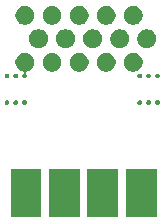
<source format=gbs>
G04 #@! TF.GenerationSoftware,KiCad,Pcbnew,(5.1.5)-3*
G04 #@! TF.CreationDate,2020-06-27T00:32:19-04:00*
G04 #@! TF.ProjectId,VGA_PANEL_BREAKOUT,5647415f-5041-44e4-954c-5f425245414b,rev?*
G04 #@! TF.SameCoordinates,Original*
G04 #@! TF.FileFunction,Soldermask,Bot*
G04 #@! TF.FilePolarity,Negative*
%FSLAX46Y46*%
G04 Gerber Fmt 4.6, Leading zero omitted, Abs format (unit mm)*
G04 Created by KiCad (PCBNEW (5.1.5)-3) date 2020-06-27 00:32:19*
%MOMM*%
%LPD*%
G04 APERTURE LIST*
%ADD10C,0.100000*%
G04 APERTURE END LIST*
D10*
G36*
X167801000Y-111101000D02*
G01*
X165199000Y-111101000D01*
X165199000Y-106999000D01*
X167801000Y-106999000D01*
X167801000Y-111101000D01*
G37*
G36*
X161301000Y-111101000D02*
G01*
X158699000Y-111101000D01*
X158699000Y-106999000D01*
X161301000Y-106999000D01*
X161301000Y-111101000D01*
G37*
G36*
X158051000Y-111101000D02*
G01*
X155449000Y-111101000D01*
X155449000Y-106999000D01*
X158051000Y-106999000D01*
X158051000Y-111101000D01*
G37*
G36*
X164551000Y-111101000D02*
G01*
X161949000Y-111101000D01*
X161949000Y-106999000D01*
X164551000Y-106999000D01*
X164551000Y-111101000D01*
G37*
G36*
X156683626Y-101206723D02*
G01*
X156683627Y-101206723D01*
X156683630Y-101206724D01*
X156720209Y-101221876D01*
X156753130Y-101243873D01*
X156781127Y-101271870D01*
X156803124Y-101304791D01*
X156818276Y-101341370D01*
X156826000Y-101380203D01*
X156826000Y-101419797D01*
X156818276Y-101458630D01*
X156803124Y-101495209D01*
X156781127Y-101528130D01*
X156753130Y-101556127D01*
X156720209Y-101578124D01*
X156683630Y-101593276D01*
X156683627Y-101593277D01*
X156683626Y-101593277D01*
X156644798Y-101601000D01*
X156605202Y-101601000D01*
X156566374Y-101593277D01*
X156566373Y-101593277D01*
X156566370Y-101593276D01*
X156529791Y-101578124D01*
X156496870Y-101556127D01*
X156468873Y-101528130D01*
X156446876Y-101495209D01*
X156431724Y-101458630D01*
X156424000Y-101419797D01*
X156424000Y-101380203D01*
X156431724Y-101341370D01*
X156446876Y-101304791D01*
X156468873Y-101271870D01*
X156496870Y-101243873D01*
X156529791Y-101221876D01*
X156566370Y-101206724D01*
X156566373Y-101206723D01*
X156566374Y-101206723D01*
X156605202Y-101199000D01*
X156644798Y-101199000D01*
X156683626Y-101206723D01*
G37*
G36*
X167933626Y-101206723D02*
G01*
X167933627Y-101206723D01*
X167933630Y-101206724D01*
X167970209Y-101221876D01*
X168003130Y-101243873D01*
X168031127Y-101271870D01*
X168053124Y-101304791D01*
X168068276Y-101341370D01*
X168076000Y-101380203D01*
X168076000Y-101419797D01*
X168068276Y-101458630D01*
X168053124Y-101495209D01*
X168031127Y-101528130D01*
X168003130Y-101556127D01*
X167970209Y-101578124D01*
X167933630Y-101593276D01*
X167933627Y-101593277D01*
X167933626Y-101593277D01*
X167894798Y-101601000D01*
X167855202Y-101601000D01*
X167816374Y-101593277D01*
X167816373Y-101593277D01*
X167816370Y-101593276D01*
X167779791Y-101578124D01*
X167746870Y-101556127D01*
X167718873Y-101528130D01*
X167696876Y-101495209D01*
X167681724Y-101458630D01*
X167674000Y-101419797D01*
X167674000Y-101380203D01*
X167681724Y-101341370D01*
X167696876Y-101304791D01*
X167718873Y-101271870D01*
X167746870Y-101243873D01*
X167779791Y-101221876D01*
X167816370Y-101206724D01*
X167816373Y-101206723D01*
X167816374Y-101206723D01*
X167855202Y-101199000D01*
X167894798Y-101199000D01*
X167933626Y-101206723D01*
G37*
G36*
X167183626Y-101206723D02*
G01*
X167183627Y-101206723D01*
X167183630Y-101206724D01*
X167220209Y-101221876D01*
X167253130Y-101243873D01*
X167281127Y-101271870D01*
X167303124Y-101304791D01*
X167318276Y-101341370D01*
X167326000Y-101380203D01*
X167326000Y-101419797D01*
X167318276Y-101458630D01*
X167303124Y-101495209D01*
X167281127Y-101528130D01*
X167253130Y-101556127D01*
X167220209Y-101578124D01*
X167183630Y-101593276D01*
X167183627Y-101593277D01*
X167183626Y-101593277D01*
X167144798Y-101601000D01*
X167105202Y-101601000D01*
X167066374Y-101593277D01*
X167066373Y-101593277D01*
X167066370Y-101593276D01*
X167029791Y-101578124D01*
X166996870Y-101556127D01*
X166968873Y-101528130D01*
X166946876Y-101495209D01*
X166931724Y-101458630D01*
X166924000Y-101419797D01*
X166924000Y-101380203D01*
X166931724Y-101341370D01*
X166946876Y-101304791D01*
X166968873Y-101271870D01*
X166996870Y-101243873D01*
X167029791Y-101221876D01*
X167066370Y-101206724D01*
X167066373Y-101206723D01*
X167066374Y-101206723D01*
X167105202Y-101199000D01*
X167144798Y-101199000D01*
X167183626Y-101206723D01*
G37*
G36*
X166433626Y-101206723D02*
G01*
X166433627Y-101206723D01*
X166433630Y-101206724D01*
X166470209Y-101221876D01*
X166503130Y-101243873D01*
X166531127Y-101271870D01*
X166553124Y-101304791D01*
X166568276Y-101341370D01*
X166576000Y-101380203D01*
X166576000Y-101419797D01*
X166568276Y-101458630D01*
X166553124Y-101495209D01*
X166531127Y-101528130D01*
X166503130Y-101556127D01*
X166470209Y-101578124D01*
X166433630Y-101593276D01*
X166433627Y-101593277D01*
X166433626Y-101593277D01*
X166394798Y-101601000D01*
X166355202Y-101601000D01*
X166316374Y-101593277D01*
X166316373Y-101593277D01*
X166316370Y-101593276D01*
X166279791Y-101578124D01*
X166246870Y-101556127D01*
X166218873Y-101528130D01*
X166196876Y-101495209D01*
X166181724Y-101458630D01*
X166174000Y-101419797D01*
X166174000Y-101380203D01*
X166181724Y-101341370D01*
X166196876Y-101304791D01*
X166218873Y-101271870D01*
X166246870Y-101243873D01*
X166279791Y-101221876D01*
X166316370Y-101206724D01*
X166316373Y-101206723D01*
X166316374Y-101206723D01*
X166355202Y-101199000D01*
X166394798Y-101199000D01*
X166433626Y-101206723D01*
G37*
G36*
X155183626Y-101206723D02*
G01*
X155183627Y-101206723D01*
X155183630Y-101206724D01*
X155220209Y-101221876D01*
X155253130Y-101243873D01*
X155281127Y-101271870D01*
X155303124Y-101304791D01*
X155318276Y-101341370D01*
X155326000Y-101380203D01*
X155326000Y-101419797D01*
X155318276Y-101458630D01*
X155303124Y-101495209D01*
X155281127Y-101528130D01*
X155253130Y-101556127D01*
X155220209Y-101578124D01*
X155183630Y-101593276D01*
X155183627Y-101593277D01*
X155183626Y-101593277D01*
X155144798Y-101601000D01*
X155105202Y-101601000D01*
X155066374Y-101593277D01*
X155066373Y-101593277D01*
X155066370Y-101593276D01*
X155029791Y-101578124D01*
X154996870Y-101556127D01*
X154968873Y-101528130D01*
X154946876Y-101495209D01*
X154931724Y-101458630D01*
X154924000Y-101419797D01*
X154924000Y-101380203D01*
X154931724Y-101341370D01*
X154946876Y-101304791D01*
X154968873Y-101271870D01*
X154996870Y-101243873D01*
X155029791Y-101221876D01*
X155066370Y-101206724D01*
X155066373Y-101206723D01*
X155066374Y-101206723D01*
X155105202Y-101199000D01*
X155144798Y-101199000D01*
X155183626Y-101206723D01*
G37*
G36*
X155933626Y-101206723D02*
G01*
X155933627Y-101206723D01*
X155933630Y-101206724D01*
X155970209Y-101221876D01*
X156003130Y-101243873D01*
X156031127Y-101271870D01*
X156053124Y-101304791D01*
X156068276Y-101341370D01*
X156076000Y-101380203D01*
X156076000Y-101419797D01*
X156068276Y-101458630D01*
X156053124Y-101495209D01*
X156031127Y-101528130D01*
X156003130Y-101556127D01*
X155970209Y-101578124D01*
X155933630Y-101593276D01*
X155933627Y-101593277D01*
X155933626Y-101593277D01*
X155894798Y-101601000D01*
X155855202Y-101601000D01*
X155816374Y-101593277D01*
X155816373Y-101593277D01*
X155816370Y-101593276D01*
X155779791Y-101578124D01*
X155746870Y-101556127D01*
X155718873Y-101528130D01*
X155696876Y-101495209D01*
X155681724Y-101458630D01*
X155674000Y-101419797D01*
X155674000Y-101380203D01*
X155681724Y-101341370D01*
X155696876Y-101304791D01*
X155718873Y-101271870D01*
X155746870Y-101243873D01*
X155779791Y-101221876D01*
X155816370Y-101206724D01*
X155816373Y-101206723D01*
X155816374Y-101206723D01*
X155855202Y-101199000D01*
X155894798Y-101199000D01*
X155933626Y-101206723D01*
G37*
G36*
X155183626Y-98956723D02*
G01*
X155183627Y-98956723D01*
X155183630Y-98956724D01*
X155220209Y-98971876D01*
X155253130Y-98993873D01*
X155281127Y-99021870D01*
X155303124Y-99054791D01*
X155318276Y-99091370D01*
X155326000Y-99130203D01*
X155326000Y-99169797D01*
X155318276Y-99208630D01*
X155303124Y-99245209D01*
X155281127Y-99278130D01*
X155253130Y-99306127D01*
X155220209Y-99328124D01*
X155183630Y-99343276D01*
X155183627Y-99343277D01*
X155183626Y-99343277D01*
X155144798Y-99351000D01*
X155105202Y-99351000D01*
X155066374Y-99343277D01*
X155066373Y-99343277D01*
X155066370Y-99343276D01*
X155029791Y-99328124D01*
X154996870Y-99306127D01*
X154968873Y-99278130D01*
X154946876Y-99245209D01*
X154931724Y-99208630D01*
X154924000Y-99169797D01*
X154924000Y-99130203D01*
X154931724Y-99091370D01*
X154946876Y-99054791D01*
X154968873Y-99021870D01*
X154996870Y-98993873D01*
X155029791Y-98971876D01*
X155066370Y-98956724D01*
X155066373Y-98956723D01*
X155066374Y-98956723D01*
X155105202Y-98949000D01*
X155144798Y-98949000D01*
X155183626Y-98956723D01*
G37*
G36*
X166433626Y-98956723D02*
G01*
X166433627Y-98956723D01*
X166433630Y-98956724D01*
X166470209Y-98971876D01*
X166503130Y-98993873D01*
X166531127Y-99021870D01*
X166553124Y-99054791D01*
X166568276Y-99091370D01*
X166576000Y-99130203D01*
X166576000Y-99169797D01*
X166568276Y-99208630D01*
X166553124Y-99245209D01*
X166531127Y-99278130D01*
X166503130Y-99306127D01*
X166470209Y-99328124D01*
X166433630Y-99343276D01*
X166433627Y-99343277D01*
X166433626Y-99343277D01*
X166394798Y-99351000D01*
X166355202Y-99351000D01*
X166316374Y-99343277D01*
X166316373Y-99343277D01*
X166316370Y-99343276D01*
X166279791Y-99328124D01*
X166246870Y-99306127D01*
X166218873Y-99278130D01*
X166196876Y-99245209D01*
X166181724Y-99208630D01*
X166174000Y-99169797D01*
X166174000Y-99130203D01*
X166181724Y-99091370D01*
X166196876Y-99054791D01*
X166218873Y-99021870D01*
X166246870Y-98993873D01*
X166279791Y-98971876D01*
X166316370Y-98956724D01*
X166316373Y-98956723D01*
X166316374Y-98956723D01*
X166355202Y-98949000D01*
X166394798Y-98949000D01*
X166433626Y-98956723D01*
G37*
G36*
X155933626Y-98956723D02*
G01*
X155933627Y-98956723D01*
X155933630Y-98956724D01*
X155970209Y-98971876D01*
X156003130Y-98993873D01*
X156031127Y-99021870D01*
X156053124Y-99054791D01*
X156068276Y-99091370D01*
X156076000Y-99130203D01*
X156076000Y-99169797D01*
X156068276Y-99208630D01*
X156053124Y-99245209D01*
X156031127Y-99278130D01*
X156003130Y-99306127D01*
X155970209Y-99328124D01*
X155933630Y-99343276D01*
X155933627Y-99343277D01*
X155933626Y-99343277D01*
X155894798Y-99351000D01*
X155855202Y-99351000D01*
X155816374Y-99343277D01*
X155816373Y-99343277D01*
X155816370Y-99343276D01*
X155779791Y-99328124D01*
X155746870Y-99306127D01*
X155718873Y-99278130D01*
X155696876Y-99245209D01*
X155681724Y-99208630D01*
X155674000Y-99169797D01*
X155674000Y-99130203D01*
X155681724Y-99091370D01*
X155696876Y-99054791D01*
X155718873Y-99021870D01*
X155746870Y-98993873D01*
X155779791Y-98971876D01*
X155816370Y-98956724D01*
X155816373Y-98956723D01*
X155816374Y-98956723D01*
X155855202Y-98949000D01*
X155894798Y-98949000D01*
X155933626Y-98956723D01*
G37*
G36*
X167183626Y-98956723D02*
G01*
X167183627Y-98956723D01*
X167183630Y-98956724D01*
X167220209Y-98971876D01*
X167253130Y-98993873D01*
X167281127Y-99021870D01*
X167303124Y-99054791D01*
X167318276Y-99091370D01*
X167326000Y-99130203D01*
X167326000Y-99169797D01*
X167318276Y-99208630D01*
X167303124Y-99245209D01*
X167281127Y-99278130D01*
X167253130Y-99306127D01*
X167220209Y-99328124D01*
X167183630Y-99343276D01*
X167183627Y-99343277D01*
X167183626Y-99343277D01*
X167144798Y-99351000D01*
X167105202Y-99351000D01*
X167066374Y-99343277D01*
X167066373Y-99343277D01*
X167066370Y-99343276D01*
X167029791Y-99328124D01*
X166996870Y-99306127D01*
X166968873Y-99278130D01*
X166946876Y-99245209D01*
X166931724Y-99208630D01*
X166924000Y-99169797D01*
X166924000Y-99130203D01*
X166931724Y-99091370D01*
X166946876Y-99054791D01*
X166968873Y-99021870D01*
X166996870Y-98993873D01*
X167029791Y-98971876D01*
X167066370Y-98956724D01*
X167066373Y-98956723D01*
X167066374Y-98956723D01*
X167105202Y-98949000D01*
X167144798Y-98949000D01*
X167183626Y-98956723D01*
G37*
G36*
X156888642Y-97209781D02*
G01*
X157034414Y-97270162D01*
X157034416Y-97270163D01*
X157165608Y-97357822D01*
X157277178Y-97469392D01*
X157364837Y-97600584D01*
X157364838Y-97600586D01*
X157425219Y-97746358D01*
X157456000Y-97901107D01*
X157456000Y-98058893D01*
X157425219Y-98213642D01*
X157364838Y-98359414D01*
X157364837Y-98359416D01*
X157277178Y-98490608D01*
X157165608Y-98602178D01*
X157034416Y-98689837D01*
X157034415Y-98689838D01*
X157034414Y-98689838D01*
X156888642Y-98750219D01*
X156799190Y-98768012D01*
X156775741Y-98775125D01*
X156754130Y-98786676D01*
X156735189Y-98802221D01*
X156719643Y-98821163D01*
X156708092Y-98842774D01*
X156700979Y-98866223D01*
X156698577Y-98890609D01*
X156700979Y-98914995D01*
X156708092Y-98938444D01*
X156719643Y-98960055D01*
X156735188Y-98978996D01*
X156752271Y-98993015D01*
X156753127Y-98993871D01*
X156753130Y-98993873D01*
X156781127Y-99021870D01*
X156803124Y-99054791D01*
X156818276Y-99091370D01*
X156826000Y-99130203D01*
X156826000Y-99169797D01*
X156818276Y-99208630D01*
X156803124Y-99245209D01*
X156781127Y-99278130D01*
X156753130Y-99306127D01*
X156720209Y-99328124D01*
X156683630Y-99343276D01*
X156683627Y-99343277D01*
X156683626Y-99343277D01*
X156644798Y-99351000D01*
X156605202Y-99351000D01*
X156566374Y-99343277D01*
X156566373Y-99343277D01*
X156566370Y-99343276D01*
X156529791Y-99328124D01*
X156496870Y-99306127D01*
X156468873Y-99278130D01*
X156446876Y-99245209D01*
X156431724Y-99208630D01*
X156424000Y-99169797D01*
X156424000Y-99130203D01*
X156431724Y-99091370D01*
X156446876Y-99054791D01*
X156468873Y-99021870D01*
X156496870Y-98993873D01*
X156509632Y-98985345D01*
X156528575Y-98969800D01*
X156544121Y-98950858D01*
X156555672Y-98929247D01*
X156562785Y-98905798D01*
X156565187Y-98881412D01*
X156562785Y-98857026D01*
X156555672Y-98833577D01*
X156544121Y-98811967D01*
X156528576Y-98793025D01*
X156509634Y-98777479D01*
X156488023Y-98765928D01*
X156464574Y-98758815D01*
X156421357Y-98750219D01*
X156275586Y-98689838D01*
X156275585Y-98689838D01*
X156275584Y-98689837D01*
X156144392Y-98602178D01*
X156032822Y-98490608D01*
X155945163Y-98359416D01*
X155945162Y-98359414D01*
X155884781Y-98213642D01*
X155854000Y-98058893D01*
X155854000Y-97901107D01*
X155884781Y-97746358D01*
X155945162Y-97600586D01*
X155945163Y-97600584D01*
X156032822Y-97469392D01*
X156144392Y-97357822D01*
X156275584Y-97270163D01*
X156275586Y-97270162D01*
X156421358Y-97209781D01*
X156576107Y-97179000D01*
X156733893Y-97179000D01*
X156888642Y-97209781D01*
G37*
G36*
X167933626Y-98956723D02*
G01*
X167933627Y-98956723D01*
X167933630Y-98956724D01*
X167970209Y-98971876D01*
X168003130Y-98993873D01*
X168031127Y-99021870D01*
X168053124Y-99054791D01*
X168068276Y-99091370D01*
X168076000Y-99130203D01*
X168076000Y-99169797D01*
X168068276Y-99208630D01*
X168053124Y-99245209D01*
X168031127Y-99278130D01*
X168003130Y-99306127D01*
X167970209Y-99328124D01*
X167933630Y-99343276D01*
X167933627Y-99343277D01*
X167933626Y-99343277D01*
X167894798Y-99351000D01*
X167855202Y-99351000D01*
X167816374Y-99343277D01*
X167816373Y-99343277D01*
X167816370Y-99343276D01*
X167779791Y-99328124D01*
X167746870Y-99306127D01*
X167718873Y-99278130D01*
X167696876Y-99245209D01*
X167681724Y-99208630D01*
X167674000Y-99169797D01*
X167674000Y-99130203D01*
X167681724Y-99091370D01*
X167696876Y-99054791D01*
X167718873Y-99021870D01*
X167746870Y-98993873D01*
X167779791Y-98971876D01*
X167816370Y-98956724D01*
X167816373Y-98956723D01*
X167816374Y-98956723D01*
X167855202Y-98949000D01*
X167894798Y-98949000D01*
X167933626Y-98956723D01*
G37*
G36*
X159178642Y-97209781D02*
G01*
X159324414Y-97270162D01*
X159324416Y-97270163D01*
X159455608Y-97357822D01*
X159567178Y-97469392D01*
X159654837Y-97600584D01*
X159654838Y-97600586D01*
X159715219Y-97746358D01*
X159746000Y-97901107D01*
X159746000Y-98058893D01*
X159715219Y-98213642D01*
X159654838Y-98359414D01*
X159654837Y-98359416D01*
X159567178Y-98490608D01*
X159455608Y-98602178D01*
X159324416Y-98689837D01*
X159324415Y-98689838D01*
X159324414Y-98689838D01*
X159178642Y-98750219D01*
X159023893Y-98781000D01*
X158866107Y-98781000D01*
X158711358Y-98750219D01*
X158565586Y-98689838D01*
X158565585Y-98689838D01*
X158565584Y-98689837D01*
X158434392Y-98602178D01*
X158322822Y-98490608D01*
X158235163Y-98359416D01*
X158235162Y-98359414D01*
X158174781Y-98213642D01*
X158144000Y-98058893D01*
X158144000Y-97901107D01*
X158174781Y-97746358D01*
X158235162Y-97600586D01*
X158235163Y-97600584D01*
X158322822Y-97469392D01*
X158434392Y-97357822D01*
X158565584Y-97270163D01*
X158565586Y-97270162D01*
X158711358Y-97209781D01*
X158866107Y-97179000D01*
X159023893Y-97179000D01*
X159178642Y-97209781D01*
G37*
G36*
X166048642Y-97209781D02*
G01*
X166194414Y-97270162D01*
X166194416Y-97270163D01*
X166325608Y-97357822D01*
X166437178Y-97469392D01*
X166524837Y-97600584D01*
X166524838Y-97600586D01*
X166585219Y-97746358D01*
X166616000Y-97901107D01*
X166616000Y-98058893D01*
X166585219Y-98213642D01*
X166524838Y-98359414D01*
X166524837Y-98359416D01*
X166437178Y-98490608D01*
X166325608Y-98602178D01*
X166194416Y-98689837D01*
X166194415Y-98689838D01*
X166194414Y-98689838D01*
X166048642Y-98750219D01*
X165893893Y-98781000D01*
X165736107Y-98781000D01*
X165581358Y-98750219D01*
X165435586Y-98689838D01*
X165435585Y-98689838D01*
X165435584Y-98689837D01*
X165304392Y-98602178D01*
X165192822Y-98490608D01*
X165105163Y-98359416D01*
X165105162Y-98359414D01*
X165044781Y-98213642D01*
X165014000Y-98058893D01*
X165014000Y-97901107D01*
X165044781Y-97746358D01*
X165105162Y-97600586D01*
X165105163Y-97600584D01*
X165192822Y-97469392D01*
X165304392Y-97357822D01*
X165435584Y-97270163D01*
X165435586Y-97270162D01*
X165581358Y-97209781D01*
X165736107Y-97179000D01*
X165893893Y-97179000D01*
X166048642Y-97209781D01*
G37*
G36*
X163758642Y-97209781D02*
G01*
X163904414Y-97270162D01*
X163904416Y-97270163D01*
X164035608Y-97357822D01*
X164147178Y-97469392D01*
X164234837Y-97600584D01*
X164234838Y-97600586D01*
X164295219Y-97746358D01*
X164326000Y-97901107D01*
X164326000Y-98058893D01*
X164295219Y-98213642D01*
X164234838Y-98359414D01*
X164234837Y-98359416D01*
X164147178Y-98490608D01*
X164035608Y-98602178D01*
X163904416Y-98689837D01*
X163904415Y-98689838D01*
X163904414Y-98689838D01*
X163758642Y-98750219D01*
X163603893Y-98781000D01*
X163446107Y-98781000D01*
X163291358Y-98750219D01*
X163145586Y-98689838D01*
X163145585Y-98689838D01*
X163145584Y-98689837D01*
X163014392Y-98602178D01*
X162902822Y-98490608D01*
X162815163Y-98359416D01*
X162815162Y-98359414D01*
X162754781Y-98213642D01*
X162724000Y-98058893D01*
X162724000Y-97901107D01*
X162754781Y-97746358D01*
X162815162Y-97600586D01*
X162815163Y-97600584D01*
X162902822Y-97469392D01*
X163014392Y-97357822D01*
X163145584Y-97270163D01*
X163145586Y-97270162D01*
X163291358Y-97209781D01*
X163446107Y-97179000D01*
X163603893Y-97179000D01*
X163758642Y-97209781D01*
G37*
G36*
X161468642Y-97209781D02*
G01*
X161614414Y-97270162D01*
X161614416Y-97270163D01*
X161745608Y-97357822D01*
X161857178Y-97469392D01*
X161944837Y-97600584D01*
X161944838Y-97600586D01*
X162005219Y-97746358D01*
X162036000Y-97901107D01*
X162036000Y-98058893D01*
X162005219Y-98213642D01*
X161944838Y-98359414D01*
X161944837Y-98359416D01*
X161857178Y-98490608D01*
X161745608Y-98602178D01*
X161614416Y-98689837D01*
X161614415Y-98689838D01*
X161614414Y-98689838D01*
X161468642Y-98750219D01*
X161313893Y-98781000D01*
X161156107Y-98781000D01*
X161001358Y-98750219D01*
X160855586Y-98689838D01*
X160855585Y-98689838D01*
X160855584Y-98689837D01*
X160724392Y-98602178D01*
X160612822Y-98490608D01*
X160525163Y-98359416D01*
X160525162Y-98359414D01*
X160464781Y-98213642D01*
X160434000Y-98058893D01*
X160434000Y-97901107D01*
X160464781Y-97746358D01*
X160525162Y-97600586D01*
X160525163Y-97600584D01*
X160612822Y-97469392D01*
X160724392Y-97357822D01*
X160855584Y-97270163D01*
X160855586Y-97270162D01*
X161001358Y-97209781D01*
X161156107Y-97179000D01*
X161313893Y-97179000D01*
X161468642Y-97209781D01*
G37*
G36*
X167193642Y-95229781D02*
G01*
X167339414Y-95290162D01*
X167339416Y-95290163D01*
X167470608Y-95377822D01*
X167582178Y-95489392D01*
X167669837Y-95620584D01*
X167669838Y-95620586D01*
X167730219Y-95766358D01*
X167761000Y-95921107D01*
X167761000Y-96078893D01*
X167730219Y-96233642D01*
X167669838Y-96379414D01*
X167669837Y-96379416D01*
X167582178Y-96510608D01*
X167470608Y-96622178D01*
X167339416Y-96709837D01*
X167339415Y-96709838D01*
X167339414Y-96709838D01*
X167193642Y-96770219D01*
X167038893Y-96801000D01*
X166881107Y-96801000D01*
X166726358Y-96770219D01*
X166580586Y-96709838D01*
X166580585Y-96709838D01*
X166580584Y-96709837D01*
X166449392Y-96622178D01*
X166337822Y-96510608D01*
X166250163Y-96379416D01*
X166250162Y-96379414D01*
X166189781Y-96233642D01*
X166159000Y-96078893D01*
X166159000Y-95921107D01*
X166189781Y-95766358D01*
X166250162Y-95620586D01*
X166250163Y-95620584D01*
X166337822Y-95489392D01*
X166449392Y-95377822D01*
X166580584Y-95290163D01*
X166580586Y-95290162D01*
X166726358Y-95229781D01*
X166881107Y-95199000D01*
X167038893Y-95199000D01*
X167193642Y-95229781D01*
G37*
G36*
X160323642Y-95229781D02*
G01*
X160469414Y-95290162D01*
X160469416Y-95290163D01*
X160600608Y-95377822D01*
X160712178Y-95489392D01*
X160799837Y-95620584D01*
X160799838Y-95620586D01*
X160860219Y-95766358D01*
X160891000Y-95921107D01*
X160891000Y-96078893D01*
X160860219Y-96233642D01*
X160799838Y-96379414D01*
X160799837Y-96379416D01*
X160712178Y-96510608D01*
X160600608Y-96622178D01*
X160469416Y-96709837D01*
X160469415Y-96709838D01*
X160469414Y-96709838D01*
X160323642Y-96770219D01*
X160168893Y-96801000D01*
X160011107Y-96801000D01*
X159856358Y-96770219D01*
X159710586Y-96709838D01*
X159710585Y-96709838D01*
X159710584Y-96709837D01*
X159579392Y-96622178D01*
X159467822Y-96510608D01*
X159380163Y-96379416D01*
X159380162Y-96379414D01*
X159319781Y-96233642D01*
X159289000Y-96078893D01*
X159289000Y-95921107D01*
X159319781Y-95766358D01*
X159380162Y-95620586D01*
X159380163Y-95620584D01*
X159467822Y-95489392D01*
X159579392Y-95377822D01*
X159710584Y-95290163D01*
X159710586Y-95290162D01*
X159856358Y-95229781D01*
X160011107Y-95199000D01*
X160168893Y-95199000D01*
X160323642Y-95229781D01*
G37*
G36*
X162613642Y-95229781D02*
G01*
X162759414Y-95290162D01*
X162759416Y-95290163D01*
X162890608Y-95377822D01*
X163002178Y-95489392D01*
X163089837Y-95620584D01*
X163089838Y-95620586D01*
X163150219Y-95766358D01*
X163181000Y-95921107D01*
X163181000Y-96078893D01*
X163150219Y-96233642D01*
X163089838Y-96379414D01*
X163089837Y-96379416D01*
X163002178Y-96510608D01*
X162890608Y-96622178D01*
X162759416Y-96709837D01*
X162759415Y-96709838D01*
X162759414Y-96709838D01*
X162613642Y-96770219D01*
X162458893Y-96801000D01*
X162301107Y-96801000D01*
X162146358Y-96770219D01*
X162000586Y-96709838D01*
X162000585Y-96709838D01*
X162000584Y-96709837D01*
X161869392Y-96622178D01*
X161757822Y-96510608D01*
X161670163Y-96379416D01*
X161670162Y-96379414D01*
X161609781Y-96233642D01*
X161579000Y-96078893D01*
X161579000Y-95921107D01*
X161609781Y-95766358D01*
X161670162Y-95620586D01*
X161670163Y-95620584D01*
X161757822Y-95489392D01*
X161869392Y-95377822D01*
X162000584Y-95290163D01*
X162000586Y-95290162D01*
X162146358Y-95229781D01*
X162301107Y-95199000D01*
X162458893Y-95199000D01*
X162613642Y-95229781D01*
G37*
G36*
X164903642Y-95229781D02*
G01*
X165049414Y-95290162D01*
X165049416Y-95290163D01*
X165180608Y-95377822D01*
X165292178Y-95489392D01*
X165379837Y-95620584D01*
X165379838Y-95620586D01*
X165440219Y-95766358D01*
X165471000Y-95921107D01*
X165471000Y-96078893D01*
X165440219Y-96233642D01*
X165379838Y-96379414D01*
X165379837Y-96379416D01*
X165292178Y-96510608D01*
X165180608Y-96622178D01*
X165049416Y-96709837D01*
X165049415Y-96709838D01*
X165049414Y-96709838D01*
X164903642Y-96770219D01*
X164748893Y-96801000D01*
X164591107Y-96801000D01*
X164436358Y-96770219D01*
X164290586Y-96709838D01*
X164290585Y-96709838D01*
X164290584Y-96709837D01*
X164159392Y-96622178D01*
X164047822Y-96510608D01*
X163960163Y-96379416D01*
X163960162Y-96379414D01*
X163899781Y-96233642D01*
X163869000Y-96078893D01*
X163869000Y-95921107D01*
X163899781Y-95766358D01*
X163960162Y-95620586D01*
X163960163Y-95620584D01*
X164047822Y-95489392D01*
X164159392Y-95377822D01*
X164290584Y-95290163D01*
X164290586Y-95290162D01*
X164436358Y-95229781D01*
X164591107Y-95199000D01*
X164748893Y-95199000D01*
X164903642Y-95229781D01*
G37*
G36*
X158033642Y-95229781D02*
G01*
X158179414Y-95290162D01*
X158179416Y-95290163D01*
X158310608Y-95377822D01*
X158422178Y-95489392D01*
X158509837Y-95620584D01*
X158509838Y-95620586D01*
X158570219Y-95766358D01*
X158601000Y-95921107D01*
X158601000Y-96078893D01*
X158570219Y-96233642D01*
X158509838Y-96379414D01*
X158509837Y-96379416D01*
X158422178Y-96510608D01*
X158310608Y-96622178D01*
X158179416Y-96709837D01*
X158179415Y-96709838D01*
X158179414Y-96709838D01*
X158033642Y-96770219D01*
X157878893Y-96801000D01*
X157721107Y-96801000D01*
X157566358Y-96770219D01*
X157420586Y-96709838D01*
X157420585Y-96709838D01*
X157420584Y-96709837D01*
X157289392Y-96622178D01*
X157177822Y-96510608D01*
X157090163Y-96379416D01*
X157090162Y-96379414D01*
X157029781Y-96233642D01*
X156999000Y-96078893D01*
X156999000Y-95921107D01*
X157029781Y-95766358D01*
X157090162Y-95620586D01*
X157090163Y-95620584D01*
X157177822Y-95489392D01*
X157289392Y-95377822D01*
X157420584Y-95290163D01*
X157420586Y-95290162D01*
X157566358Y-95229781D01*
X157721107Y-95199000D01*
X157878893Y-95199000D01*
X158033642Y-95229781D01*
G37*
G36*
X166048642Y-93249781D02*
G01*
X166194414Y-93310162D01*
X166194416Y-93310163D01*
X166325608Y-93397822D01*
X166437178Y-93509392D01*
X166524837Y-93640584D01*
X166524838Y-93640586D01*
X166585219Y-93786358D01*
X166616000Y-93941107D01*
X166616000Y-94098893D01*
X166585219Y-94253642D01*
X166524838Y-94399414D01*
X166524837Y-94399416D01*
X166437178Y-94530608D01*
X166325608Y-94642178D01*
X166194416Y-94729837D01*
X166194415Y-94729838D01*
X166194414Y-94729838D01*
X166048642Y-94790219D01*
X165893893Y-94821000D01*
X165736107Y-94821000D01*
X165581358Y-94790219D01*
X165435586Y-94729838D01*
X165435585Y-94729838D01*
X165435584Y-94729837D01*
X165304392Y-94642178D01*
X165192822Y-94530608D01*
X165105163Y-94399416D01*
X165105162Y-94399414D01*
X165044781Y-94253642D01*
X165014000Y-94098893D01*
X165014000Y-93941107D01*
X165044781Y-93786358D01*
X165105162Y-93640586D01*
X165105163Y-93640584D01*
X165192822Y-93509392D01*
X165304392Y-93397822D01*
X165435584Y-93310163D01*
X165435586Y-93310162D01*
X165581358Y-93249781D01*
X165736107Y-93219000D01*
X165893893Y-93219000D01*
X166048642Y-93249781D01*
G37*
G36*
X163758642Y-93249781D02*
G01*
X163904414Y-93310162D01*
X163904416Y-93310163D01*
X164035608Y-93397822D01*
X164147178Y-93509392D01*
X164234837Y-93640584D01*
X164234838Y-93640586D01*
X164295219Y-93786358D01*
X164326000Y-93941107D01*
X164326000Y-94098893D01*
X164295219Y-94253642D01*
X164234838Y-94399414D01*
X164234837Y-94399416D01*
X164147178Y-94530608D01*
X164035608Y-94642178D01*
X163904416Y-94729837D01*
X163904415Y-94729838D01*
X163904414Y-94729838D01*
X163758642Y-94790219D01*
X163603893Y-94821000D01*
X163446107Y-94821000D01*
X163291358Y-94790219D01*
X163145586Y-94729838D01*
X163145585Y-94729838D01*
X163145584Y-94729837D01*
X163014392Y-94642178D01*
X162902822Y-94530608D01*
X162815163Y-94399416D01*
X162815162Y-94399414D01*
X162754781Y-94253642D01*
X162724000Y-94098893D01*
X162724000Y-93941107D01*
X162754781Y-93786358D01*
X162815162Y-93640586D01*
X162815163Y-93640584D01*
X162902822Y-93509392D01*
X163014392Y-93397822D01*
X163145584Y-93310163D01*
X163145586Y-93310162D01*
X163291358Y-93249781D01*
X163446107Y-93219000D01*
X163603893Y-93219000D01*
X163758642Y-93249781D01*
G37*
G36*
X156888642Y-93249781D02*
G01*
X157034414Y-93310162D01*
X157034416Y-93310163D01*
X157165608Y-93397822D01*
X157277178Y-93509392D01*
X157364837Y-93640584D01*
X157364838Y-93640586D01*
X157425219Y-93786358D01*
X157456000Y-93941107D01*
X157456000Y-94098893D01*
X157425219Y-94253642D01*
X157364838Y-94399414D01*
X157364837Y-94399416D01*
X157277178Y-94530608D01*
X157165608Y-94642178D01*
X157034416Y-94729837D01*
X157034415Y-94729838D01*
X157034414Y-94729838D01*
X156888642Y-94790219D01*
X156733893Y-94821000D01*
X156576107Y-94821000D01*
X156421358Y-94790219D01*
X156275586Y-94729838D01*
X156275585Y-94729838D01*
X156275584Y-94729837D01*
X156144392Y-94642178D01*
X156032822Y-94530608D01*
X155945163Y-94399416D01*
X155945162Y-94399414D01*
X155884781Y-94253642D01*
X155854000Y-94098893D01*
X155854000Y-93941107D01*
X155884781Y-93786358D01*
X155945162Y-93640586D01*
X155945163Y-93640584D01*
X156032822Y-93509392D01*
X156144392Y-93397822D01*
X156275584Y-93310163D01*
X156275586Y-93310162D01*
X156421358Y-93249781D01*
X156576107Y-93219000D01*
X156733893Y-93219000D01*
X156888642Y-93249781D01*
G37*
G36*
X159178642Y-93249781D02*
G01*
X159324414Y-93310162D01*
X159324416Y-93310163D01*
X159455608Y-93397822D01*
X159567178Y-93509392D01*
X159654837Y-93640584D01*
X159654838Y-93640586D01*
X159715219Y-93786358D01*
X159746000Y-93941107D01*
X159746000Y-94098893D01*
X159715219Y-94253642D01*
X159654838Y-94399414D01*
X159654837Y-94399416D01*
X159567178Y-94530608D01*
X159455608Y-94642178D01*
X159324416Y-94729837D01*
X159324415Y-94729838D01*
X159324414Y-94729838D01*
X159178642Y-94790219D01*
X159023893Y-94821000D01*
X158866107Y-94821000D01*
X158711358Y-94790219D01*
X158565586Y-94729838D01*
X158565585Y-94729838D01*
X158565584Y-94729837D01*
X158434392Y-94642178D01*
X158322822Y-94530608D01*
X158235163Y-94399416D01*
X158235162Y-94399414D01*
X158174781Y-94253642D01*
X158144000Y-94098893D01*
X158144000Y-93941107D01*
X158174781Y-93786358D01*
X158235162Y-93640586D01*
X158235163Y-93640584D01*
X158322822Y-93509392D01*
X158434392Y-93397822D01*
X158565584Y-93310163D01*
X158565586Y-93310162D01*
X158711358Y-93249781D01*
X158866107Y-93219000D01*
X159023893Y-93219000D01*
X159178642Y-93249781D01*
G37*
G36*
X161468642Y-93249781D02*
G01*
X161614414Y-93310162D01*
X161614416Y-93310163D01*
X161745608Y-93397822D01*
X161857178Y-93509392D01*
X161944837Y-93640584D01*
X161944838Y-93640586D01*
X162005219Y-93786358D01*
X162036000Y-93941107D01*
X162036000Y-94098893D01*
X162005219Y-94253642D01*
X161944838Y-94399414D01*
X161944837Y-94399416D01*
X161857178Y-94530608D01*
X161745608Y-94642178D01*
X161614416Y-94729837D01*
X161614415Y-94729838D01*
X161614414Y-94729838D01*
X161468642Y-94790219D01*
X161313893Y-94821000D01*
X161156107Y-94821000D01*
X161001358Y-94790219D01*
X160855586Y-94729838D01*
X160855585Y-94729838D01*
X160855584Y-94729837D01*
X160724392Y-94642178D01*
X160612822Y-94530608D01*
X160525163Y-94399416D01*
X160525162Y-94399414D01*
X160464781Y-94253642D01*
X160434000Y-94098893D01*
X160434000Y-93941107D01*
X160464781Y-93786358D01*
X160525162Y-93640586D01*
X160525163Y-93640584D01*
X160612822Y-93509392D01*
X160724392Y-93397822D01*
X160855584Y-93310163D01*
X160855586Y-93310162D01*
X161001358Y-93249781D01*
X161156107Y-93219000D01*
X161313893Y-93219000D01*
X161468642Y-93249781D01*
G37*
M02*

</source>
